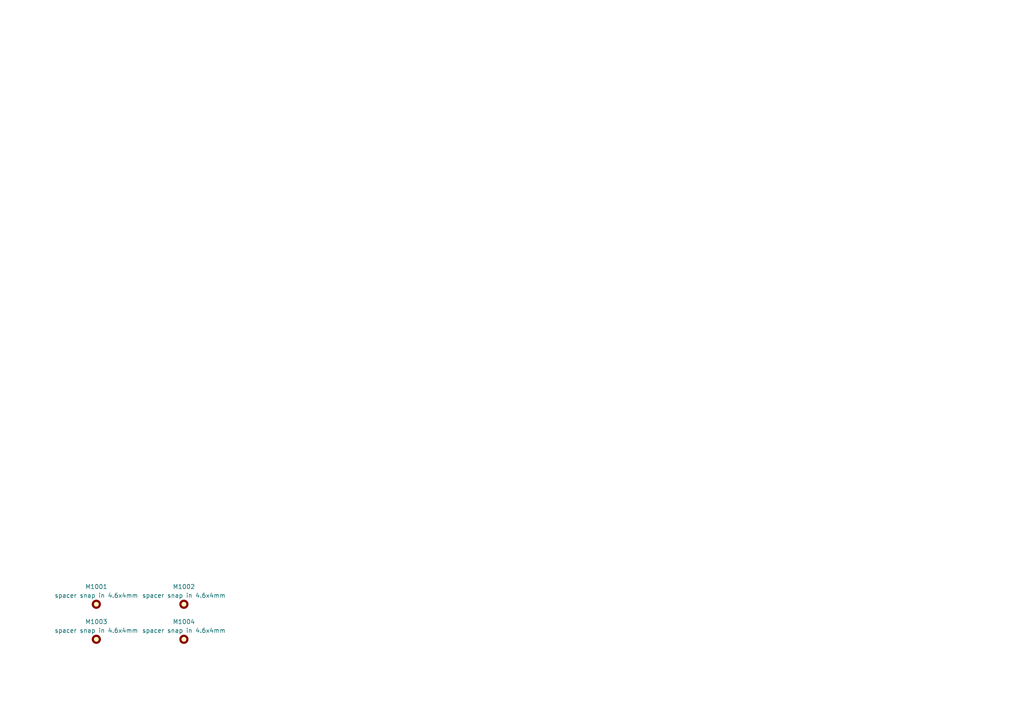
<source format=kicad_sch>
(kicad_sch
	(version 20250114)
	(generator "eeschema")
	(generator_version "9.0")
	(uuid "e63e39d7-6ac0-4ffd-8aa3-1841a4541b55")
	(paper "A4")
	(title_block
		(title "Project name")
		(date "2025-02-04")
		(rev "1")
		(comment 1 "PCA number")
		(comment 2 "PCB number")
	)
	(lib_symbols
		(symbol "lily_symbols:mec_hole_2.5mm_spacer_snap_in_4.6x4mm_npth"
			(pin_numbers
				(hide yes)
			)
			(pin_names
				(hide yes)
			)
			(exclude_from_sim yes)
			(in_bom no)
			(on_board yes)
			(property "Reference" "M"
				(at 0 5.08 0)
				(effects
					(font
						(size 1.27 1.27)
					)
				)
			)
			(property "Value" "spacer snap in 4.6x4mm"
				(at 0 2.54 0)
				(effects
					(font
						(size 1.27 1.27)
					)
				)
			)
			(property "Footprint" "lily_footprints:mec_hole_2.5mm_spacer_snap_in_4.6x4mm_npth"
				(at 0 -5.08 0)
				(effects
					(font
						(size 1.27 1.27)
					)
					(hide yes)
				)
			)
			(property "Datasheet" ""
				(at 0 0 0)
				(effects
					(font
						(size 1.27 1.27)
					)
					(hide yes)
				)
			)
			(property "Description" ""
				(at 0 0 0)
				(effects
					(font
						(size 1.27 1.27)
					)
					(hide yes)
				)
			)
			(property "Revision" "1"
				(at 0 -2.54 0)
				(effects
					(font
						(size 1.27 1.27)
					)
					(hide yes)
				)
			)
			(symbol "mec_hole_2.5mm_spacer_snap_in_4.6x4mm_npth_1_1"
				(circle
					(center 0 0)
					(radius 1.016)
					(stroke
						(width 0.635)
						(type solid)
					)
					(fill
						(type background)
					)
				)
			)
			(embedded_fonts no)
		)
	)
	(symbol
		(lib_id "lily_symbols:mec_hole_2.5mm_spacer_snap_in_4.6x4mm_npth")
		(at 53.34 185.42 0)
		(unit 1)
		(exclude_from_sim yes)
		(in_bom no)
		(on_board yes)
		(dnp no)
		(uuid "19e0a929-ccb7-42e2-9df2-6ee115cbf776")
		(property "Reference" "M1004"
			(at 53.34 180.34 0)
			(effects
				(font
					(size 1.27 1.27)
				)
			)
		)
		(property "Value" "spacer snap in 4.6x4mm"
			(at 53.34 182.88 0)
			(effects
				(font
					(size 1.27 1.27)
				)
			)
		)
		(property "Footprint" "lily_footprints:mec_hole_2.5mm_spacer_snap_in_4.6x4mm_npth"
			(at 53.34 190.5 0)
			(effects
				(font
					(size 1.27 1.27)
				)
				(hide yes)
			)
		)
		(property "Datasheet" ""
			(at 53.34 185.42 0)
			(effects
				(font
					(size 1.27 1.27)
				)
				(hide yes)
			)
		)
		(property "Description" ""
			(at 53.34 185.42 0)
			(effects
				(font
					(size 1.27 1.27)
				)
				(hide yes)
			)
		)
		(property "Revision" "1"
			(at 53.34 187.96 0)
			(effects
				(font
					(size 1.27 1.27)
				)
				(hide yes)
			)
		)
		(instances
			(project ""
				(path "/e63e39d7-6ac0-4ffd-8aa3-1841a4541b55"
					(reference "M1004")
					(unit 1)
				)
			)
		)
	)
	(symbol
		(lib_id "lily_symbols:mec_hole_2.5mm_spacer_snap_in_4.6x4mm_npth")
		(at 27.94 175.26 0)
		(unit 1)
		(exclude_from_sim yes)
		(in_bom no)
		(on_board yes)
		(dnp no)
		(uuid "53a19e9b-afbf-4653-aad2-d5388c2ca97d")
		(property "Reference" "M1001"
			(at 27.94 170.18 0)
			(effects
				(font
					(size 1.27 1.27)
				)
			)
		)
		(property "Value" "spacer snap in 4.6x4mm"
			(at 27.94 172.72 0)
			(effects
				(font
					(size 1.27 1.27)
				)
			)
		)
		(property "Footprint" "lily_footprints:mec_hole_2.5mm_spacer_snap_in_4.6x4mm_npth"
			(at 27.94 180.34 0)
			(effects
				(font
					(size 1.27 1.27)
				)
				(hide yes)
			)
		)
		(property "Datasheet" ""
			(at 27.94 175.26 0)
			(effects
				(font
					(size 1.27 1.27)
				)
				(hide yes)
			)
		)
		(property "Description" ""
			(at 27.94 175.26 0)
			(effects
				(font
					(size 1.27 1.27)
				)
				(hide yes)
			)
		)
		(property "Revision" "1"
			(at 27.94 177.8 0)
			(effects
				(font
					(size 1.27 1.27)
				)
				(hide yes)
			)
		)
		(instances
			(project ""
				(path "/e63e39d7-6ac0-4ffd-8aa3-1841a4541b55"
					(reference "M1001")
					(unit 1)
				)
			)
		)
	)
	(symbol
		(lib_id "lily_symbols:mec_hole_2.5mm_spacer_snap_in_4.6x4mm_npth")
		(at 53.34 175.26 0)
		(unit 1)
		(exclude_from_sim yes)
		(in_bom no)
		(on_board yes)
		(dnp no)
		(uuid "618662df-6a95-42f2-aa6e-9462f4a03014")
		(property "Reference" "M1002"
			(at 53.34 170.18 0)
			(effects
				(font
					(size 1.27 1.27)
				)
			)
		)
		(property "Value" "spacer snap in 4.6x4mm"
			(at 53.34 172.72 0)
			(effects
				(font
					(size 1.27 1.27)
				)
			)
		)
		(property "Footprint" "lily_footprints:mec_hole_2.5mm_spacer_snap_in_4.6x4mm_npth"
			(at 53.34 180.34 0)
			(effects
				(font
					(size 1.27 1.27)
				)
				(hide yes)
			)
		)
		(property "Datasheet" ""
			(at 53.34 175.26 0)
			(effects
				(font
					(size 1.27 1.27)
				)
				(hide yes)
			)
		)
		(property "Description" ""
			(at 53.34 175.26 0)
			(effects
				(font
					(size 1.27 1.27)
				)
				(hide yes)
			)
		)
		(property "Revision" "1"
			(at 53.34 177.8 0)
			(effects
				(font
					(size 1.27 1.27)
				)
				(hide yes)
			)
		)
		(instances
			(project ""
				(path "/e63e39d7-6ac0-4ffd-8aa3-1841a4541b55"
					(reference "M1002")
					(unit 1)
				)
			)
		)
	)
	(symbol
		(lib_id "lily_symbols:mec_hole_2.5mm_spacer_snap_in_4.6x4mm_npth")
		(at 27.94 185.42 0)
		(unit 1)
		(exclude_from_sim yes)
		(in_bom no)
		(on_board yes)
		(dnp no)
		(uuid "8e5c0991-c736-4484-9b06-af6e43d6f3b2")
		(property "Reference" "M1003"
			(at 27.94 180.34 0)
			(effects
				(font
					(size 1.27 1.27)
				)
			)
		)
		(property "Value" "spacer snap in 4.6x4mm"
			(at 27.94 182.88 0)
			(effects
				(font
					(size 1.27 1.27)
				)
			)
		)
		(property "Footprint" "lily_footprints:mec_hole_2.5mm_spacer_snap_in_4.6x4mm_npth"
			(at 27.94 190.5 0)
			(effects
				(font
					(size 1.27 1.27)
				)
				(hide yes)
			)
		)
		(property "Datasheet" ""
			(at 27.94 185.42 0)
			(effects
				(font
					(size 1.27 1.27)
				)
				(hide yes)
			)
		)
		(property "Description" ""
			(at 27.94 185.42 0)
			(effects
				(font
					(size 1.27 1.27)
				)
				(hide yes)
			)
		)
		(property "Revision" "1"
			(at 27.94 187.96 0)
			(effects
				(font
					(size 1.27 1.27)
				)
				(hide yes)
			)
		)
		(instances
			(project ""
				(path "/e63e39d7-6ac0-4ffd-8aa3-1841a4541b55"
					(reference "M1003")
					(unit 1)
				)
			)
		)
	)
	(sheet_instances
		(path "/"
			(page "1")
		)
	)
	(embedded_fonts no)
)

</source>
